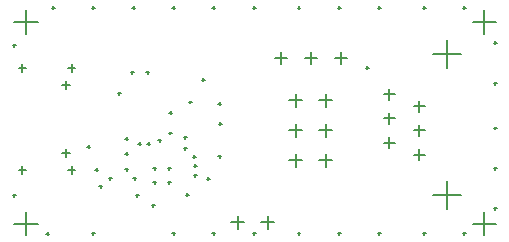
<source format=gbr>
%TF.GenerationSoftware,Altium Limited,Altium Designer,24.4.1 (13)*%
G04 Layer_Color=128*
%FSLAX45Y45*%
%MOMM*%
%TF.SameCoordinates,F106AC90-439F-428E-8782-533256F23A0D*%
%TF.FilePolarity,Positive*%
%TF.FileFunction,Drillmap*%
%TF.Part,Single*%
G01*
G75*
%TA.AperFunction,NonConductor*%
%ADD94C,0.12700*%
D94*
X2813000Y1585000D02*
X2915000D01*
X2864000Y1534000D02*
Y1636000D01*
X2559000Y1585000D02*
X2661000D01*
X2610000Y1534000D02*
Y1636000D01*
X2305000Y1585000D02*
X2407000D01*
X2356000Y1534000D02*
Y1636000D01*
X3980000Y180000D02*
X4180000D01*
X4080000Y80000D02*
Y280000D01*
X3980000Y1890000D02*
X4180000D01*
X4080000Y1790000D02*
Y1990000D01*
X100000Y1890000D02*
X300000D01*
X200000Y1790000D02*
Y1990000D01*
X100000Y180000D02*
X300000D01*
X200000Y80000D02*
Y280000D01*
X3230981Y1071016D02*
X3320981D01*
X3275981Y1026016D02*
Y1116016D01*
X3230981Y1275016D02*
X3320981D01*
X3275981Y1230016D02*
Y1320016D01*
X3484981Y1173016D02*
X3574981D01*
X3529981Y1128016D02*
Y1218016D01*
X3641981Y1620016D02*
X3877981D01*
X3759981Y1502016D02*
Y1738016D01*
X3641981Y420016D02*
X3877981D01*
X3759981Y302016D02*
Y538016D01*
X3484981Y969016D02*
X3574981D01*
X3529981Y924016D02*
Y1014016D01*
X3484981Y765016D02*
X3574981D01*
X3529981Y720016D02*
Y810016D01*
X3230981Y867016D02*
X3320981D01*
X3275981Y822016D02*
Y912016D01*
X555350Y634200D02*
X615350D01*
X585350Y604200D02*
Y664200D01*
X555350Y1498200D02*
X615350D01*
X585350Y1468200D02*
Y1528200D01*
X502850Y1355200D02*
X567850D01*
X535350Y1322700D02*
Y1387700D01*
X502850Y777200D02*
X567850D01*
X535350Y744700D02*
Y809700D01*
X137350Y1498200D02*
X197350D01*
X167350Y1468200D02*
Y1528200D01*
X137350Y634200D02*
X197350D01*
X167350Y604200D02*
Y664200D01*
X2428000Y1224000D02*
X2538000D01*
X2483000Y1169000D02*
Y1279000D01*
X2682000Y1224000D02*
X2792000D01*
X2737000Y1169000D02*
Y1279000D01*
X2428000Y970000D02*
X2538000D01*
X2483000Y915000D02*
Y1025000D01*
X2428000Y716000D02*
X2538000D01*
X2483000Y661000D02*
Y771000D01*
X2682000Y970000D02*
X2792000D01*
X2737000Y915000D02*
Y1025000D01*
X2682000Y716000D02*
X2792000D01*
X2737000Y661000D02*
Y771000D01*
X1938000Y190000D02*
X2048000D01*
X1993000Y135000D02*
Y245000D01*
X2192000Y190000D02*
X2302000D01*
X2247000Y135000D02*
Y245000D01*
X977500Y1285000D02*
X1002500D01*
X990000Y1272500D02*
Y1297500D01*
X3075000Y1500000D02*
X3100000D01*
X3087500Y1487500D02*
Y1512500D01*
X1317500Y887500D02*
X1342500D01*
X1330000Y875000D02*
Y900000D01*
X1610000Y745000D02*
X1635000D01*
X1622500Y732500D02*
Y757500D01*
X1532500Y912500D02*
X1557500D01*
X1545000Y900000D02*
Y925000D01*
X1532500Y820000D02*
X1557500D01*
X1545000Y807500D02*
Y832500D01*
X897500Y565000D02*
X922500D01*
X910000Y552500D02*
Y577500D01*
X1107500Y562500D02*
X1132500D01*
X1120000Y550000D02*
Y575000D01*
X368500Y96520D02*
X393500D01*
X381000Y84020D02*
Y109020D01*
X4157500Y310000D02*
X4182500D01*
X4170000Y297500D02*
Y322500D01*
X4157500Y990000D02*
X4182500D01*
X4170000Y977500D02*
Y1002500D01*
X4157500Y650000D02*
X4182500D01*
X4170000Y637500D02*
Y662500D01*
X4157500Y1370000D02*
X4182500D01*
X4170000Y1357500D02*
Y1382500D01*
X4157500Y1710000D02*
X4182500D01*
X4170000Y1697500D02*
Y1722500D01*
X757500Y100000D02*
X782500D01*
X770000Y87500D02*
Y112500D01*
X2117500Y100000D02*
X2142500D01*
X2130000Y87500D02*
Y112500D01*
X1777500Y100000D02*
X1802500D01*
X1790000Y87500D02*
Y112500D01*
X1437500Y100000D02*
X1462500D01*
X1450000Y87500D02*
Y112500D01*
X3177500Y100000D02*
X3202500D01*
X3190000Y87500D02*
Y112500D01*
X2837500Y100000D02*
X2862500D01*
X2850000Y87500D02*
Y112500D01*
X2497500Y100000D02*
X2522500D01*
X2510000Y87500D02*
Y112500D01*
X3557500Y100000D02*
X3582500D01*
X3570000Y87500D02*
Y112500D01*
X3897500Y100000D02*
X3922500D01*
X3910000Y87500D02*
Y112500D01*
X3897500Y2010000D02*
X3922500D01*
X3910000Y1997500D02*
Y2022500D01*
X3557500Y2010000D02*
X3582500D01*
X3570000Y1997500D02*
Y2022500D01*
X2497500Y2010000D02*
X2522500D01*
X2510000Y1997500D02*
Y2022500D01*
X2837500Y2010000D02*
X2862500D01*
X2850000Y1997500D02*
Y2022500D01*
X3177500Y2010000D02*
X3202500D01*
X3190000Y1997500D02*
Y2022500D01*
X1437500Y2010000D02*
X1462500D01*
X1450000Y1997500D02*
Y2022500D01*
X1777500Y2010000D02*
X1802500D01*
X1790000Y1997500D02*
Y2022500D01*
X2117500Y2010000D02*
X2142500D01*
X2130000Y1997500D02*
Y2022500D01*
X1097500Y2010000D02*
X1122500D01*
X1110000Y1997500D02*
Y2022500D01*
X757500Y2010000D02*
X782500D01*
X770000Y1997500D02*
Y2022500D01*
X417500Y2010000D02*
X442500D01*
X430000Y1997500D02*
Y2022500D01*
X87500Y1690000D02*
X112500D01*
X100000Y1677500D02*
Y1702500D01*
X87500Y420000D02*
X112500D01*
X100000Y407500D02*
Y432500D01*
X717500Y830000D02*
X742500D01*
X730000Y817500D02*
Y842500D01*
X1827500Y750000D02*
X1852500D01*
X1840000Y737500D02*
Y762500D01*
X1617500Y670000D02*
X1642500D01*
X1630000Y657500D02*
Y682500D01*
X1617500Y590000D02*
X1642500D01*
X1630000Y577500D02*
Y602500D01*
X1550000Y425000D02*
X1575000D01*
X1562500Y412500D02*
Y437500D01*
X1832500Y1027500D02*
X1857500D01*
X1845000Y1015000D02*
Y1040000D01*
X1827500Y1195000D02*
X1852500D01*
X1840000Y1182500D02*
Y1207500D01*
X1577500Y1210000D02*
X1602500D01*
X1590000Y1197500D02*
Y1222500D01*
X1407500Y947500D02*
X1432500D01*
X1420000Y935000D02*
Y960000D01*
X1410000Y1120000D02*
X1435000D01*
X1422500Y1107500D02*
Y1132500D01*
X1687500Y1400000D02*
X1712500D01*
X1700000Y1387500D02*
Y1412500D01*
X1037500Y900000D02*
X1062500D01*
X1050000Y887500D02*
Y912500D01*
X785000Y635000D02*
X810000D01*
X797500Y622500D02*
Y647500D01*
X820000Y495000D02*
X845000D01*
X832500Y482500D02*
Y507500D01*
X1037500Y770000D02*
X1062500D01*
X1050000Y757500D02*
Y782500D01*
X1397500Y530000D02*
X1422500D01*
X1410000Y517500D02*
Y542500D01*
X1397500Y650000D02*
X1422500D01*
X1410000Y637500D02*
Y662500D01*
X1277500Y530000D02*
X1302500D01*
X1290000Y517500D02*
Y542500D01*
X1277500Y650000D02*
X1302500D01*
X1290000Y637500D02*
Y662500D01*
X1037500Y640000D02*
X1062500D01*
X1050000Y627500D02*
Y652500D01*
X1727500Y560000D02*
X1752500D01*
X1740000Y547500D02*
Y572500D01*
X1126812Y422034D02*
X1151812D01*
X1139312Y409535D02*
Y434534D01*
X1226900Y855200D02*
X1251900D01*
X1239400Y842700D02*
Y867700D01*
X1147500Y855200D02*
X1172500D01*
X1160000Y842700D02*
Y867700D01*
X1262500Y335215D02*
X1287500D01*
X1275000Y322715D02*
Y347715D01*
X1217500Y1460000D02*
X1242500D01*
X1230000Y1447500D02*
Y1472500D01*
X1087500Y1460000D02*
X1112500D01*
X1100000Y1447500D02*
Y1472500D01*
%TF.MD5,3fe9ec9f8cbbd4a44e355a13955ae089*%
M02*

</source>
